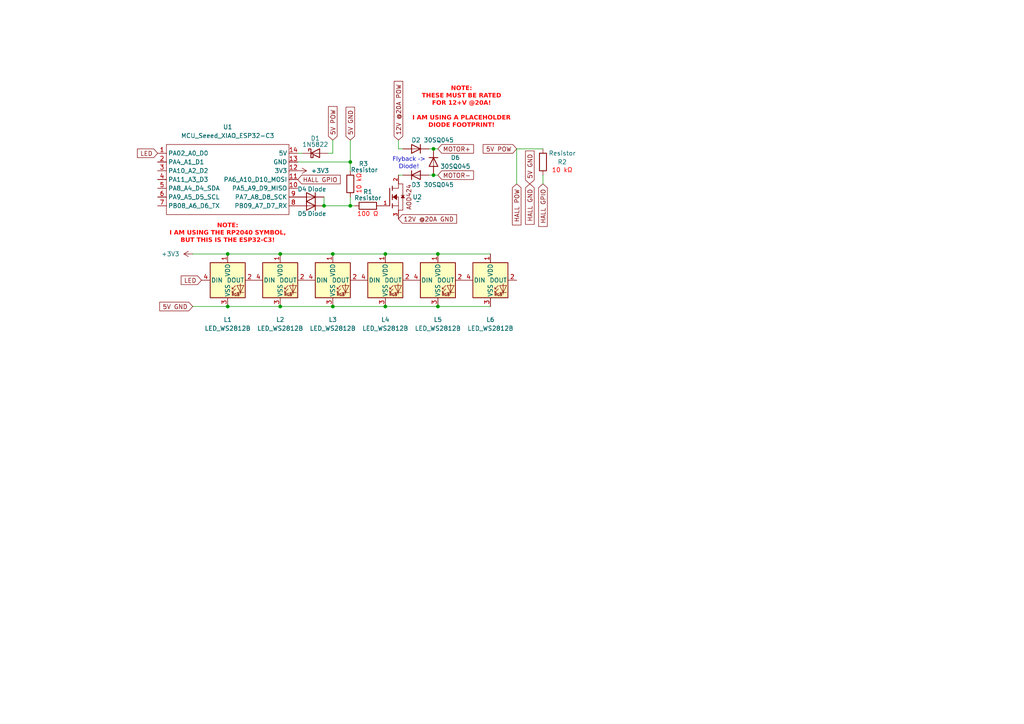
<source format=kicad_sch>
(kicad_sch (version 20231120) (generator "eeschema") (generator_version "8.0")
  (paper "A4")
  (lib_symbols
    (symbol "AOD424:AOD424"
      (property "Reference" "U" (at 3.048 5.334 0))
      (symbol "AOD424_0_0"
        (polyline (pts (xy -2.54 2.54) (xy -2.54 -2.54)) (stroke (width 0.254)))
        (polyline (pts (xy -1.778 -2.54) (xy -1.778 -3.175)) (stroke (width 0.254)))
        (polyline (pts (xy -1.778 -1.905) (xy -1.778 -2.54)) (stroke (width 0.254)))
        (polyline (pts (xy -1.778 0) (xy -1.778 -0.762)) (stroke (width 0.254)))
        (polyline (pts (xy -1.778 0) (xy 0 0)) (stroke (width 0.1524)))
        (polyline (pts (xy -1.778 0.762) (xy -1.778 0)) (stroke (width 0.254)))
        (polyline (pts (xy -1.778 2.54) (xy -1.778 1.905)) (stroke (width 0.254)))
        (polyline (pts (xy -1.778 2.54) (xy 0 2.54)) (stroke (width 0.1524)))
        (polyline (pts (xy -1.778 3.175) (xy -1.778 2.54)) (stroke (width 0.254)))
        (polyline (pts (xy 0 -3.81) (xy 1.27 -3.81)) (stroke (width 0.1524)))
        (polyline (pts (xy 0 -2.54) (xy -1.778 -2.54)) (stroke (width 0.1524)))
        (polyline (pts (xy 0 0) (xy 0 -3.81)) (stroke (width 0.1524)))
        (polyline (pts (xy 1.27 0.508) (xy 0.762 0.508)) (stroke (width 0.1524)))
        (polyline (pts (xy 1.27 0.508) (xy 1.27 -3.81)) (stroke (width 0.1524)))
        (polyline (pts (xy 1.27 3.81) (xy 1.27 0.508)) (stroke (width 0.1524)))
        (polyline (pts (xy 1.778 0.508) (xy 1.27 0.508)) (stroke (width 0.1524)))
        (polyline (pts (xy -1.524 0) (xy -0.508 0.762) (xy -0.508 -0.762) (xy -1.524 0)) (stroke (width 0.1524)) (fill (type outline)))
        (polyline (pts (xy 1.27 0.508) (xy 0.762 -0.254) (xy 1.778 -0.254) (xy 1.27 0.508)) (stroke (width 0.1524)) (fill (type outline)))
        (pin passive line (at -5.08 -2.54 0) (length 2.54) (name "~") (number "1"))
        (pin passive line (at 0 6.35 270) (length 2.54) (name "~") (number "2"))
        (pin passive line (at 0 -6.35 90) (length 2.54) (name "~") (number "3"))
      )
      (symbol "AOD424_0_1"
        (polyline (pts (xy 0 2.54) (xy 0 3.81)))
        (polyline (pts (xy 0 3.81) (xy 1.27 3.81)))
      )
      (symbol "AOD424_1_1"
        (text "AOD424" (at 3.048 0 900) (effects (font (size 1.27 1.27))))
      )
    )
    (symbol "Diode:1N5822" (pin_numbers hide) (pin_names (offset 1.016) hide)
      (property "Reference" "D" (at 0 2.54 0))
      (property "Value" "1N5822" (at 0 -2.54 0))
      (symbol "1N5822_0_1"
        (polyline (pts (xy 1.27 0) (xy -1.27 0)))
        (polyline (pts (xy 1.27 1.27) (xy 1.27 -1.27) (xy -1.27 0) (xy 1.27 1.27)) (stroke (width 0.254)))
        (polyline (pts (xy -1.905 0.635) (xy -1.905 1.27) (xy -1.27 1.27) (xy -1.27 -1.27) (xy -0.635 -1.27) (xy -0.635 -0.635)) (stroke (width 0.254)))
      )
      (symbol "1N5822_1_1"
        (pin passive line (at -3.81 0 0) (length 2.54) (name "K") (number "1"))
        (pin passive line (at 3.81 0 180) (length 2.54) (name "A") (number "2"))
      )
    )
    (symbol "ScottoKeebs:LED_WS2812B" (pin_names (offset 0.254))
      (property "Reference" "D" (at 5.08 5.715 0))
      (property "Value" "LED_WS2812B" (at 1.27 -5.715 0))
      (symbol "LED_WS2812B_0_0"
        (text "RGB" (at 2.286 -4.191 0) (effects (font (size 0.762 0.762))))
      )
      (symbol "LED_WS2812B_0_1"
        (polyline (pts (xy 1.27 -3.556) (xy 1.778 -3.556)))
        (polyline (pts (xy 1.27 -2.54) (xy 1.778 -2.54)))
        (polyline (pts (xy 4.699 -3.556) (xy 2.667 -3.556)))
        (polyline (pts (xy 2.286 -2.54) (xy 1.27 -3.556) (xy 1.27 -3.048)))
        (polyline (pts (xy 2.286 -1.524) (xy 1.27 -2.54) (xy 1.27 -2.032)))
        (polyline (pts (xy 3.683 -1.016) (xy 3.683 -3.556) (xy 3.683 -4.064)))
        (polyline (pts (xy 4.699 -1.524) (xy 2.667 -1.524) (xy 3.683 -3.556) (xy 4.699 -1.524)))
        (rectangle (start 5.08 5.08) (end -5.08 -5.08) (stroke (width 0.254)) (fill (type background)))
      )
      (symbol "LED_WS2812B_1_1"
        (pin power_in line (at 0 7.62 270) (length 2.54) (name "VDD") (number "1"))
        (pin output line (at 7.62 0 180) (length 2.54) (name "DOUT") (number "2"))
        (pin power_in line (at 0 -7.62 90) (length 2.54) (name "VSS") (number "3"))
        (pin input line (at -7.62 0 0) (length 2.54) (name "DIN") (number "4"))
      )
    )
    (symbol "ScottoKeebs:MCU_Seeed_XIAO_RP2040"
      (property "Reference" "U" (at -16.51 11.43 0))
      (property "Value" "MCU_Seeed_XIAO_RP2040" (at -3.81 -11.43 0))
      (symbol "MCU_Seeed_XIAO_RP2040_0_1"
        (rectangle (start -16.51 10.16) (end 19.05 -10.16))
      )
      (symbol "MCU_Seeed_XIAO_RP2040_1_1"
        (pin passive line (at -19.05 7.62 0) (length 2.54) (name "PA02_A0_D0") (number "1"))
        (pin passive line (at 21.59 -2.54 180) (length 2.54) (name "PA5_A9_D9_MISO") (number "10"))
        (pin passive line (at 21.59 0 180) (length 2.54) (name "PA6_A10_D10_MOSI") (number "11"))
        (pin passive line (at 21.59 2.54 180) (length 2.54) (name "3V3") (number "12"))
        (pin passive line (at 21.59 5.08 180) (length 2.54) (name "GND") (number "13"))
        (pin passive line (at 21.59 7.62 180) (length 2.54) (name "5V") (number "14"))
        (pin passive line (at -19.05 5.08 0) (length 2.54) (name "PA4_A1_D1") (number "2"))
        (pin passive line (at -19.05 2.54 0) (length 2.54) (name "PA10_A2_D2") (number "3"))
        (pin passive line (at -19.05 0 0) (length 2.54) (name "PA11_A3_D3") (number "4"))
        (pin passive line (at -19.05 -2.54 0) (length 2.54) (name "PA8_A4_D4_SDA") (number "5"))
        (pin passive line (at -19.05 -5.08 0) (length 2.54) (name "PA9_A5_D5_SCL") (number "6"))
        (pin passive line (at -19.05 -7.62 0) (length 2.54) (name "PB08_A6_D6_TX") (number "7"))
        (pin passive line (at 21.59 -7.62 180) (length 2.54) (name "PB09_A7_D7_RX") (number "8"))
        (pin passive line (at 21.59 -5.08 180) (length 2.54) (name "PA7_A8_D8_SCK") (number "9"))
      )
    )
    (symbol "ScottoKeebs:Placeholder_Diode" (pin_numbers hide) (pin_names hide)
      (property "Reference" "D" (at 0 2.54 0))
      (property "Value" "Diode" (at 0 -2.54 0))
      (symbol "Placeholder_Diode_0_1"
        (polyline (pts (xy -1.27 1.27) (xy -1.27 -1.27)) (stroke (width 0.254)))
        (polyline (pts (xy 1.27 0) (xy -1.27 0)))
        (polyline (pts (xy 1.27 1.27) (xy 1.27 -1.27) (xy -1.27 0) (xy 1.27 1.27)) (stroke (width 0.254)))
      )
      (symbol "Placeholder_Diode_1_1"
        (pin passive line (at -3.81 0 0) (length 2.54) (name "K") (number "1"))
        (pin passive line (at 3.81 0 180) (length 2.54) (name "A") (number "2"))
      )
    )
    (symbol "ScottoKeebs:Placeholder_Resistor" (pin_numbers hide) (pin_names (offset 0))
      (property "Reference" "R" (at 0 2.032 0))
      (property "Value" "Resistor" (at 0 -2.54 0))
      (symbol "Placeholder_Resistor_0_1"
        (rectangle (start 2.54 -1.016) (end -2.54 1.016) (stroke (width 0.254)))
      )
      (symbol "Placeholder_Resistor_1_1"
        (pin passive line (at -3.81 0 0) (length 1.27) (name "~") (number "1"))
        (pin passive line (at 3.81 0 180) (length 1.27) (name "~") (number "2"))
      )
    )
    (symbol "power:+3V3" (power) (pin_numbers hide) (pin_names (offset 0) hide)
      (property "Value" "+3V3" (at 0 3.556 0))
      (symbol "+3V3_0_1"
        (polyline (pts (xy -0.762 1.27) (xy 0 2.54)))
        (polyline (pts (xy 0 0) (xy 0 2.54)))
        (polyline (pts (xy 0 2.54) (xy 0.762 1.27)))
      )
      (symbol "+3V3_1_1"
        (pin power_in line (at 0 0 90) (length 0) (name "~") (number "1"))
      )
    )
  )
  (junction (at 111.76 88.9))
  (junction (at 96.52 73.66))
  (junction (at 125.73 50.8))
  (junction (at 111.76 73.66))
  (junction (at 96.52 88.9))
  (junction (at 81.28 73.66))
  (junction (at 101.6 46.99))
  (junction (at 81.28 88.9))
  (junction (at 127 73.66))
  (junction (at 101.6 59.69))
  (junction (at 125.73 43.18))
  (junction (at 127 88.9))
  (junction (at 66.04 73.66))
  (junction (at 93.98 59.69))
  (junction (at 66.04 88.9))
  (wire (pts (xy 149.86 43.18) (xy 149.86 53.34)))
  (wire (pts (xy 125.73 43.18) (xy 124.46 43.18)))
  (wire (pts (xy 101.6 49.53) (xy 101.6 46.99)))
  (wire (pts (xy 96.52 44.45) (xy 95.25 44.45)))
  (wire (pts (xy 55.88 88.9) (xy 66.04 88.9)))
  (wire (pts (xy 101.6 57.15) (xy 101.6 59.69)))
  (wire (pts (xy 115.57 50.8) (xy 116.84 50.8)))
  (wire (pts (xy 101.6 59.69) (xy 102.87 59.69)))
  (wire (pts (xy 111.76 88.9) (xy 127 88.9)))
  (wire (pts (xy 96.52 73.66) (xy 111.76 73.66)))
  (wire (pts (xy 157.48 50.8) (xy 157.48 53.34)))
  (wire (pts (xy 96.52 88.9) (xy 111.76 88.9)))
  (wire (pts (xy 125.73 43.18) (xy 127 43.18)))
  (wire (pts (xy 125.73 50.8) (xy 127 50.8)))
  (wire (pts (xy 111.76 73.66) (xy 127 73.66)))
  (wire (pts (xy 66.04 88.9) (xy 81.28 88.9)))
  (wire (pts (xy 115.57 40.64) (xy 115.57 43.18)))
  (wire (pts (xy 66.04 73.66) (xy 81.28 73.66)))
  (wire (pts (xy 115.57 43.18) (xy 116.84 43.18)))
  (wire (pts (xy 127 88.9) (xy 142.24 88.9)))
  (wire (pts (xy 93.98 57.15) (xy 93.98 59.69)))
  (wire (pts (xy 101.6 46.99) (xy 101.6 40.64)))
  (wire (pts (xy 81.28 73.66) (xy 96.52 73.66)))
  (wire (pts (xy 87.63 44.45) (xy 86.36 44.45)))
  (wire (pts (xy 149.86 43.18) (xy 157.48 43.18)))
  (wire (pts (xy 124.46 50.8) (xy 125.73 50.8)))
  (wire (pts (xy 127 73.66) (xy 142.24 73.66)))
  (wire (pts (xy 81.28 88.9) (xy 96.52 88.9)))
  (wire (pts (xy 55.88 73.66) (xy 66.04 73.66)))
  (wire (pts (xy 96.52 40.64) (xy 96.52 44.45)))
  (wire (pts (xy 101.6 59.69) (xy 93.98 59.69)))
  (wire (pts (xy 86.36 46.99) (xy 101.6 46.99)))
  (text "10 kΩ" (at 104.14 53.34 90) (effects (font (size 1.27 1.27) (thickness 0.1588))))
  (text "NOTE:\nTHESE MUST BE RATED\nFOR 12+V @20A!\n\nI AM USING A PLACEHOLDER\nDIODE FOOTPRINT!" (at 133.858 31.496 0) (effects (font (size 1.27 1.27) (bold yes))))
  (text "10 kΩ" (at 163.068 49.53 0) (effects (font (size 1.27 1.27) (thickness 0.1588))))
  (text "NOTE:\nI AM USING THE RP2040 SYMBOL,\nBUT THIS IS THE ESP32-C3!" (at 66.04 68.072 0) (effects (font (size 1.27 1.27) (bold yes))))
  (text "Flyback ->\nDiode!" (at 118.618 47.752 0) (effects (font (size 1.27 1.27))))
  (text "100 Ω" (at 106.68 62.23 0) (effects (font (size 1.27 1.27) (thickness 0.1588))))
  (global_label "12V @20A GND" (shape input) (at 115.57 63.5 0) (property "Intersheetrefs" "${INTERSHEET_REFS}" (effects (hide yes))))
  (global_label "5V GND" (shape input) (at 55.88 88.9 180) (property "Intersheetrefs" "${INTERSHEET_REFS}" (effects (hide yes))))
  (global_label "MOTOR-" (shape input) (at 127 50.8 0) (property "Intersheetrefs" "${INTERSHEET_REFS}" (effects (hide yes))))
  (global_label "HALL GND" (shape input) (at 153.67 53.34 270) (property "Intersheetrefs" "${INTERSHEET_REFS}" (effects (hide yes))))
  (global_label "LED" (shape input) (at 58.42 81.28 180) (property "Intersheetrefs" "${INTERSHEET_REFS}" (effects (hide yes))))
  (global_label "HALL POW" (shape input) (at 149.86 53.34 270) (property "Intersheetrefs" "${INTERSHEET_REFS}" (effects (hide yes))))
  (global_label "5V POW" (shape input) (at 149.86 43.18 180) (property "Intersheetrefs" "${INTERSHEET_REFS}" (effects (hide yes))))
  (global_label "5V GND" (shape input) (at 153.67 53.34 90) (property "Intersheetrefs" "${INTERSHEET_REFS}" (effects (hide yes))))
  (global_label "HALL GPIO" (shape input) (at 86.36 52.07 0) (property "Intersheetrefs" "${INTERSHEET_REFS}" (effects (hide yes))))
  (global_label "MOTOR+" (shape input) (at 127 43.18 0) (property "Intersheetrefs" "${INTERSHEET_REFS}" (effects (hide yes))))
  (global_label "HALL GPIO" (shape input) (at 157.48 53.34 270) (property "Intersheetrefs" "${INTERSHEET_REFS}" (effects (hide yes))))
  (global_label "12V @20A POW" (shape input) (at 115.57 40.64 90) (property "Intersheetrefs" "${INTERSHEET_REFS}" (effects (hide yes))))
  (global_label "5V GND" (shape input) (at 101.6 40.64 90) (property "Intersheetrefs" "${INTERSHEET_REFS}" (effects (hide yes))))
  (global_label "5V POW" (shape input) (at 96.52 40.64 90) (property "Intersheetrefs" "${INTERSHEET_REFS}" (effects (hide yes))))
  (global_label "LED" (shape input) (at 45.72 44.45 180) (property "Intersheetrefs" "${INTERSHEET_REFS}" (effects (hide yes))))
  (symbol (lib_id "power:+3V3") (at 55.88 73.66 90) (unit 1)
    (property "Reference" "#PWR06" (effects (hide yes)))
    (property "Value" "+3V3" (at 52.07 73.6599 90) (effects (justify left)))
    (property "Description" "Power symbol creates a global label with name \"+3V3\"" (effects (hide yes)))
  )
  (symbol (lib_id "ScottoKeebs:Placeholder_Resistor") (at 157.48 46.99 270) (unit 1)
    (property "Reference" "R2" (at 163.068 46.99 90))
    (property "Value" "Resistor" (at 163.068 44.45 90))
    (property "Footprint" "Resistor_THT:R_Axial_DIN0411_L9.9mm_D3.6mm_P15.24mm_Horizontal" (effects (hide yes)))
    (property "Description" "Resistor" (effects (hide yes)))
  )
  (symbol (lib_id "ScottoKeebs:LED_WS2812B") (at 111.76 81.28 0) (unit 1)
    (property "Reference" "L4" (at 111.76 92.71 0))
    (property "Value" "LED_WS2812B" (at 111.76 95.25 0))
    (property "Footprint" "ScottoKeebs_Components:LED_WS2812B" (effects (hide yes)))
    (property "Datasheet" "https://cdn-shop.adafruit.com/datasheets/WS2812B.pdf" (effects (hide yes)))
    (property "Description" "RGB LED with integrated controller" (effects (hide yes)))
  )
  (symbol (lib_id "ScottoKeebs:MCU_Seeed_XIAO_RP2040") (at 64.77 52.07 0) (unit 1)
    (property "Reference" "U1" (at 66.04 36.83 0))
    (property "Value" "MCU_Seeed_XIAO_ESP32-C3" (at 66.04 39.37 0))
    (property "Footprint" "ScottoKeebs_MCU:Seeed_XIAO_RP2040" (effects (hide yes)))
  )
  (symbol (lib_id "ScottoKeebs:Placeholder_Diode") (at 125.73 46.99 270) (unit 1)
    (property "Reference" "D6" (at 132.08 45.72 90))
    (property "Value" "30SQ045" (at 132.08 48.26 90))
    (property "Footprint" "Resistor_THT:R_Axial_DIN0918_L18.0mm_D9.0mm_P25.40mm_Horizontal" (effects (hide yes)))
    (property "Description" "1N4148 (DO-35) or 1N4148W (SOD-123)" (effects (hide yes)))
    (property "Sim.Device" "D" (effects (hide yes)))
    (property "Sim.Pins" "1=K 2=A" (effects (hide yes)))
  )
  (symbol (lib_id "ScottoKeebs:LED_WS2812B") (at 66.04 81.28 0) (unit 1)
    (property "Reference" "L1" (at 66.04 92.71 0))
    (property "Value" "LED_WS2812B" (at 66.04 95.25 0))
    (property "Footprint" "ScottoKeebs_Components:LED_WS2812B" (effects (hide yes)))
    (property "Datasheet" "https://cdn-shop.adafruit.com/datasheets/WS2812B.pdf" (effects (hide yes)))
    (property "Description" "RGB LED with integrated controller" (effects (hide yes)))
  )
  (symbol (lib_id "power:+3V3") (at 86.36 49.53 270) (unit 1)
    (property "Reference" "#PWR07" (effects (hide yes)))
    (property "Value" "+3V3" (at 90.17 49.5299 90) (effects (justify left)))
    (property "Description" "Power symbol creates a global label with name \"+3V3\"" (effects (hide yes)))
  )
  (symbol (lib_id "Diode:1N5822") (at 91.44 44.45 0) (unit 1)
    (property "Reference" "D1" (at 91.44 40.132 0))
    (property "Value" "1N5822" (at 91.44 41.91 0))
    (property "Footprint" "Diode_THT:D_DO-201AD_P15.24mm_Horizontal" (effects (hide yes)))
    (property "Datasheet" "http://www.vishay.com/docs/88526/1n5820.pdf" (effects (hide yes)))
    (property "Description" "40V 3A Schottky Barrier Rectifier Diode, DO-201AD" (effects (hide yes)))
  )
  (symbol (lib_id "ScottoKeebs:Placeholder_Resistor") (at 101.6 53.34 270) (mirror x) (unit 1)
    (property "Reference" "R3" (at 105.41 47.498 90))
    (property "Value" "Resistor" (at 105.664 49.276 90))
    (property "Footprint" "Resistor_THT:R_Axial_DIN0411_L9.9mm_D3.6mm_P15.24mm_Horizontal" (effects (hide yes)))
    (property "Description" "Resistor" (effects (hide yes)))
  )
  (symbol (lib_id "ScottoKeebs:Placeholder_Diode") (at 90.17 59.69 180) (unit 1)
    (property "Reference" "D5" (at 87.63 61.976 0))
    (property "Value" "Diode" (at 91.948 61.976 0))
    (property "Footprint" "ScottoKeebs_Components:Diode_DO-35" (effects (hide yes)))
    (property "Description" "1N4148 (DO-35) or 1N4148W (SOD-123)" (effects (hide yes)))
    (property "Sim.Device" "D" (effects (hide yes)))
    (property "Sim.Pins" "1=K 2=A" (effects (hide yes)))
  )
  (symbol (lib_id "AOD424:AOD424") (at 115.57 57.15 0) (unit 1)
    (property "Reference" "U2" (at 119.634 57.15 0) (effects (justify left)))
    (property "Value" "~" (at 120.65 58.42 0) (effects (justify left)))
    (property "Footprint" "STP55NF06L:AOD424" (effects (hide yes)))
  )
  (symbol (lib_id "ScottoKeebs:LED_WS2812B") (at 142.24 81.28 0) (unit 1)
    (property "Reference" "L6" (at 142.24 92.71 0))
    (property "Value" "LED_WS2812B" (at 142.24 95.25 0))
    (property "Footprint" "ScottoKeebs_Components:LED_WS2812B" (effects (hide yes)))
    (property "Datasheet" "https://cdn-shop.adafruit.com/datasheets/WS2812B.pdf" (effects (hide yes)))
    (property "Description" "RGB LED with integrated controller" (effects (hide yes)))
  )
  (symbol (lib_id "ScottoKeebs:LED_WS2812B") (at 96.52 81.28 0) (unit 1)
    (property "Reference" "L3" (at 96.52 92.71 0))
    (property "Value" "LED_WS2812B" (at 96.52 95.25 0))
    (property "Footprint" "ScottoKeebs_Components:LED_WS2812B" (effects (hide yes)))
    (property "Datasheet" "https://cdn-shop.adafruit.com/datasheets/WS2812B.pdf" (effects (hide yes)))
    (property "Description" "RGB LED with integrated controller" (effects (hide yes)))
  )
  (symbol (lib_id "ScottoKeebs:LED_WS2812B") (at 127 81.28 0) (unit 1)
    (property "Reference" "L5" (at 127 92.71 0))
    (property "Value" "LED_WS2812B" (at 127 95.25 0))
    (property "Footprint" "ScottoKeebs_Components:LED_WS2812B" (effects (hide yes)))
    (property "Datasheet" "https://cdn-shop.adafruit.com/datasheets/WS2812B.pdf" (effects (hide yes)))
    (property "Description" "RGB LED with integrated controller" (effects (hide yes)))
  )
  (symbol (lib_id "ScottoKeebs:LED_WS2812B") (at 81.28 81.28 0) (unit 1)
    (property "Reference" "L2" (at 81.28 92.71 0))
    (property "Value" "LED_WS2812B" (at 81.28 95.25 0))
    (property "Footprint" "ScottoKeebs_Components:LED_WS2812B" (effects (hide yes)))
    (property "Datasheet" "https://cdn-shop.adafruit.com/datasheets/WS2812B.pdf" (effects (hide yes)))
    (property "Description" "RGB LED with integrated controller" (effects (hide yes)))
  )
  (symbol (lib_id "ScottoKeebs:Placeholder_Diode") (at 90.17 57.15 180) (unit 1)
    (property "Reference" "D4" (at 87.63 54.864 0))
    (property "Value" "Diode" (at 91.948 54.864 0))
    (property "Footprint" "ScottoKeebs_Components:Diode_DO-35" (effects (hide yes)))
    (property "Description" "1N4148 (DO-35) or 1N4148W (SOD-123)" (effects (hide yes)))
    (property "Sim.Device" "D" (effects (hide yes)))
    (property "Sim.Pins" "1=K 2=A" (effects (hide yes)))
  )
  (symbol (lib_id "ScottoKeebs:Placeholder_Diode") (at 120.65 43.18 180) (unit 1)
    (property "Reference" "D2" (at 120.65 40.64 0))
    (property "Value" "30SQ045" (at 127.254 40.64 0))
    (property "Footprint" "Resistor_THT:R_Axial_DIN0918_L18.0mm_D9.0mm_P25.40mm_Horizontal" (effects (hide yes)))
    (property "Description" "1N4148 (DO-35) or 1N4148W (SOD-123)" (effects (hide yes)))
    (property "Sim.Device" "D" (effects (hide yes)))
    (property "Sim.Pins" "1=K 2=A" (effects (hide yes)))
  )
  (symbol (lib_id "ScottoKeebs:Placeholder_Resistor") (at 106.68 59.69 0) (unit 1)
    (property "Reference" "R1" (at 106.68 55.626 0))
    (property "Value" "Resistor" (at 106.68 57.404 0))
    (property "Footprint" "Resistor_THT:R_Axial_DIN0411_L9.9mm_D3.6mm_P12.70mm_Horizontal" (effects (hide yes)))
    (property "Description" "Resistor" (effects (hide yes)))
  )
  (symbol (lib_id "ScottoKeebs:Placeholder_Diode") (at 120.65 50.8 0) (unit 1)
    (property "Reference" "D3" (at 120.65 53.594 0))
    (property "Value" "30SQ045" (at 127.254 53.594 0))
    (property "Footprint" "Resistor_THT:R_Axial_DIN0918_L18.0mm_D9.0mm_P25.40mm_Horizontal" (effects (hide yes)))
    (property "Description" "1N4148 (DO-35) or 1N4148W (SOD-123)" (effects (hide yes)))
    (property "Sim.Device" "D" (effects (hide yes)))
    (property "Sim.Pins" "1=K 2=A" (effects (hide yes)))
  )
)
</source>
